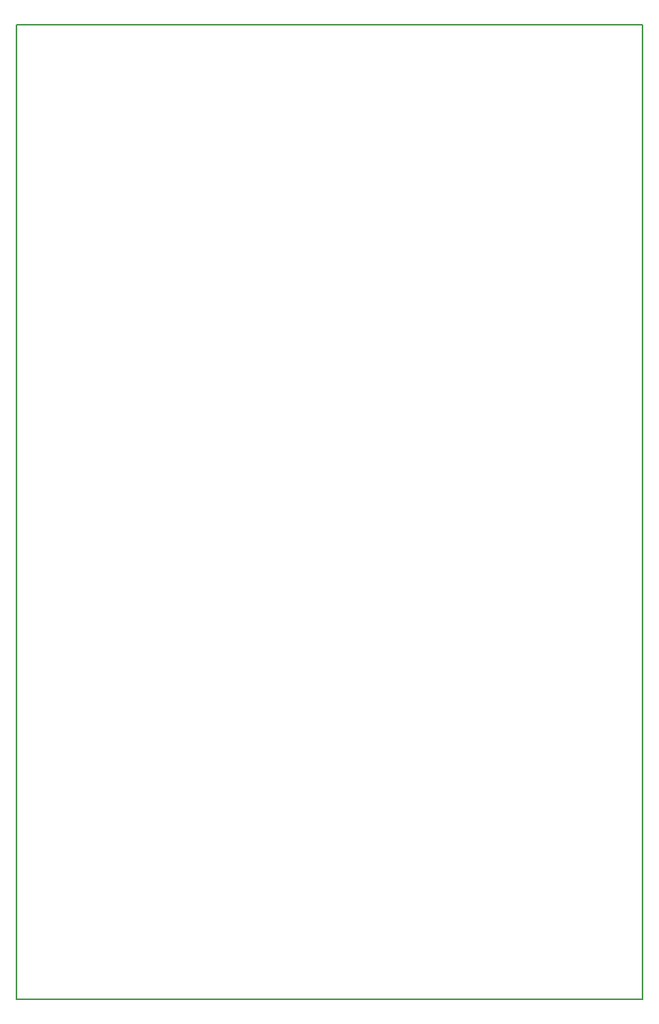
<source format=gbr>
%TF.GenerationSoftware,KiCad,Pcbnew,8.0.1*%
%TF.CreationDate,2024-04-24T15:17:25+01:00*%
%TF.ProjectId,Kishoof_Controls,4b697368-6f6f-4665-9f43-6f6e74726f6c,rev?*%
%TF.SameCoordinates,Original*%
%TF.FileFunction,Profile,NP*%
%FSLAX46Y46*%
G04 Gerber Fmt 4.6, Leading zero omitted, Abs format (unit mm)*
G04 Created by KiCad (PCBNEW 8.0.1) date 2024-04-24 15:17:25*
%MOMM*%
%LPD*%
G01*
G04 APERTURE LIST*
%TA.AperFunction,Profile*%
%ADD10C,0.150000*%
%TD*%
G04 APERTURE END LIST*
D10*
X55100000Y-39000000D02*
X125900000Y-39000000D01*
X125900000Y-149000000D01*
X55100000Y-149000000D01*
X55100000Y-39000000D01*
M02*

</source>
